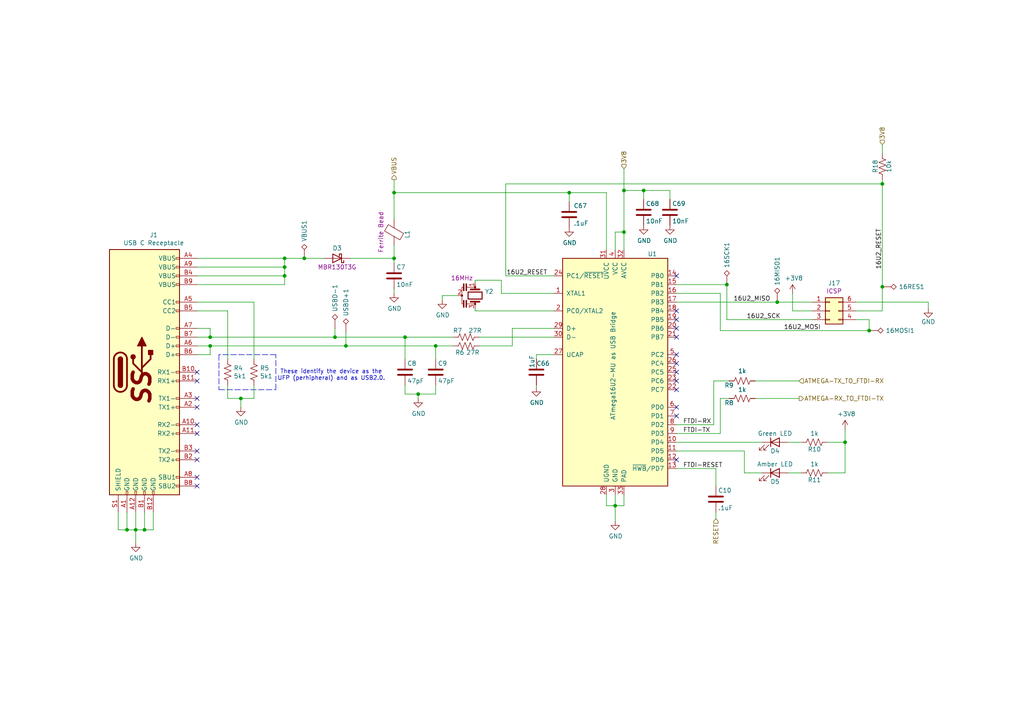
<source format=kicad_sch>
(kicad_sch (version 20211123) (generator eeschema)
  (paper "A4")
  (title_block (title "RCP USB PORT & BRIDGE "))
  (lib_symbols
    (symbol "Connector:TestPoint_Alt" (pin_numbers hide) (pin_names (offset 0.762) hide)
      (property "Reference" "TP" (at 0 6.858 0))
      (property "Value" "TestPoint_Alt" (at 0 5.08 0))
      (symbol "TestPoint_Alt_0_1"
        (polyline (pts (xy 0 2.54) (xy -0.762 3.302) (xy 0 4.064) (xy 0.762 3.302) (xy 0 2.54)))
      )
      (symbol "TestPoint_Alt_1_1"
        (pin passive line (at 0 0 90) (length 2.54) (name "1") (number "1"))
      )
    )
    (symbol "Connector_Generic:Conn_02x03_Counter_Clockwise" (pin_names (offset 1.016) hide)
      (property "Reference" "J" (at 1.27 5.08 0))
      (property "Value" "Conn_02x03_Counter_Clockwise" (at 1.27 -5.08 0))
      (symbol "Conn_02x03_Counter_Clockwise_1_1"
        (rectangle (start -1.27 -2.413) (end 0 -2.667) (stroke (width 0.1524)))
        (rectangle (start -1.27 0.127) (end 0 -0.127) (stroke (width 0.1524)))
        (rectangle (start -1.27 2.667) (end 0 2.413) (stroke (width 0.1524)))
        (rectangle (start -1.27 3.81) (end 3.81 -3.81) (stroke (width 0.254)) (fill (type background)))
        (rectangle (start 3.81 -2.413) (end 2.54 -2.667) (stroke (width 0.1524)))
        (rectangle (start 3.81 0.127) (end 2.54 -0.127) (stroke (width 0.1524)))
        (rectangle (start 3.81 2.667) (end 2.54 2.413) (stroke (width 0.1524)))
        (pin passive line (at -5.08 2.54 0) (length 3.81) (name "Pin_1") (number "1"))
        (pin passive line (at -5.08 0 0) (length 3.81) (name "Pin_2") (number "2"))
        (pin passive line (at -5.08 -2.54 0) (length 3.81) (name "Pin_3") (number "3"))
        (pin passive line (at 7.62 -2.54 180) (length 3.81) (name "Pin_4") (number "4"))
        (pin passive line (at 7.62 0 180) (length 3.81) (name "Pin_5") (number "5"))
        (pin passive line (at 7.62 2.54 180) (length 3.81) (name "Pin_6") (number "6"))
      )
    )
    (symbol "Device:C" (pin_numbers hide) (pin_names (offset 0.254))
      (property "Reference" "C" (at 0.635 2.54 0))
      (property "Value" "C" (at 0.635 -2.54 0))
      (symbol "C_0_1"
        (polyline (pts (xy -2.032 -0.762) (xy 2.032 -0.762)) (stroke (width 0.508)))
        (polyline (pts (xy -2.032 0.762) (xy 2.032 0.762)) (stroke (width 0.508)))
      )
      (symbol "C_1_1"
        (pin passive line (at 0 3.81 270) (length 2.794) (name "~") (number "1"))
        (pin passive line (at 0 -3.81 90) (length 2.794) (name "~") (number "2"))
      )
    )
    (symbol "Device:D_Schottky" (pin_numbers hide) (pin_names (offset 1.016) hide)
      (property "Reference" "D" (at 0 2.54 0))
      (property "Value" "D_Schottky" (at 0 -2.54 0))
      (symbol "D_Schottky_0_1"
        (polyline (pts (xy 1.27 0) (xy -1.27 0)))
        (polyline (pts (xy 1.27 1.27) (xy 1.27 -1.27) (xy -1.27 0) (xy 1.27 1.27)) (stroke (width 0.254)))
        (polyline (pts (xy -1.905 0.635) (xy -1.905 1.27) (xy -1.27 1.27) (xy -1.27 -1.27) (xy -0.635 -1.27) (xy -0.635 -0.635)) (stroke (width 0.254)))
      )
      (symbol "D_Schottky_1_1"
        (pin passive line (at -3.81 0 0) (length 2.54) (name "K") (number "1"))
        (pin passive line (at 3.81 0 180) (length 2.54) (name "A") (number "2"))
      )
    )
    (symbol "Device:Ferrite_Bead" (pin_numbers hide) (pin_names (offset 0))
      (property "Reference" "FB" (at -3.81 0.635 90))
      (property "Value" "Device_Ferrite_Bead" (at 3.81 0 90))
      (symbol "Ferrite_Bead_0_1"
        (polyline (pts (xy 0 -1.27) (xy 0 -1.2192)))
        (polyline (pts (xy 0 1.27) (xy 0 1.2954)))
        (polyline (pts (xy -2.7686 0.4064) (xy -1.7018 2.2606) (xy 2.7686 -0.3048) (xy 1.6764 -2.159) (xy -2.7686 0.4064)))
      )
      (symbol "Ferrite_Bead_1_1"
        (pin passive line (at 0 3.81 270) (length 2.54) (name "~") (number "1"))
        (pin passive line (at 0 -3.81 90) (length 2.54) (name "~") (number "2"))
      )
    )
    (symbol "Device:LED" (pin_numbers hide) (pin_names (offset 1.016) hide)
      (property "Reference" "D" (at 0 2.54 0))
      (property "Value" "LED" (at 0 -2.54 0))
      (symbol "LED_0_1"
        (polyline (pts (xy -1.27 -1.27) (xy -1.27 1.27)) (stroke (width 0.254)))
        (polyline (pts (xy -1.27 0) (xy 1.27 0)))
        (polyline (pts (xy 1.27 -1.27) (xy 1.27 1.27) (xy -1.27 0) (xy 1.27 -1.27)) (stroke (width 0.254)))
        (polyline (pts (xy -3.048 -0.762) (xy -4.572 -2.286) (xy -3.81 -2.286) (xy -4.572 -2.286) (xy -4.572 -1.524)))
        (polyline (pts (xy -1.778 -0.762) (xy -3.302 -2.286) (xy -2.54 -2.286) (xy -3.302 -2.286) (xy -3.302 -1.524)))
      )
      (symbol "LED_1_1"
        (pin passive line (at -3.81 0 0) (length 2.54) (name "K") (number "1"))
        (pin passive line (at 3.81 0 180) (length 2.54) (name "A") (number "2"))
      )
    )
    (symbol "Device:R_US" (pin_numbers hide) (pin_names (offset 0))
      (property "Reference" "R" (at 2.54 0 90))
      (property "Value" "R_US" (at -2.54 0 90))
      (symbol "R_US_0_1"
        (polyline (pts (xy 0 -2.286) (xy 0 -2.54)))
        (polyline (pts (xy 0 2.286) (xy 0 2.54)))
        (polyline (pts (xy 0 -0.762) (xy 1.016 -1.143) (xy 0 -1.524) (xy -1.016 -1.905) (xy 0 -2.286)))
        (polyline (pts (xy 0 0.762) (xy 1.016 0.381) (xy 0 0) (xy -1.016 -0.381) (xy 0 -0.762)))
        (polyline (pts (xy 0 2.286) (xy 1.016 1.905) (xy 0 1.524) (xy -1.016 1.143) (xy 0 0.762)))
      )
      (symbol "R_US_1_1"
        (pin passive line (at 0 3.81 270) (length 1.27) (name "~") (number "1"))
        (pin passive line (at 0 -3.81 90) (length 1.27) (name "~") (number "2"))
      )
    )
    (symbol "Device:Resonator" (pin_names (offset 1.016) hide)
      (property "Reference" "Y" (at 0 5.715 0))
      (property "Value" "Resonator" (at 0 3.81 0))
      (symbol "Resonator_0_1"
        (rectangle (start -3.429 -3.175) (end -1.397 -3.429) (fill (type outline)))
        (rectangle (start -3.429 -2.413) (end -1.397 -2.667) (fill (type outline)))
        (circle (center -2.413 0) (radius 0.254) (fill (type outline)))
        (rectangle (start -1.016 2.032) (end 1.016 -2.032) (stroke (width 0.3048)))
        (circle (center 0 -3.81) (radius 0.254) (fill (type outline)))
        (polyline (pts (xy -2.413 -2.413) (xy -2.413 0)))
        (polyline (pts (xy -1.905 0) (xy -3.175 0)))
        (polyline (pts (xy -1.778 -1.27) (xy -1.778 1.27)) (stroke (width 0.508)))
        (polyline (pts (xy 1.778 -1.27) (xy 1.778 1.27)) (stroke (width 0.508)))
        (polyline (pts (xy 1.905 0) (xy 2.54 0)))
        (polyline (pts (xy 2.413 0) (xy 2.413 -2.54)))
        (polyline (pts (xy 2.413 -3.302) (xy 2.413 -3.81) (xy -2.413 -3.81) (xy -2.413 -3.302)))
        (rectangle (start 1.397 -3.175) (end 3.429 -3.429) (fill (type outline)))
        (rectangle (start 1.397 -2.413) (end 3.429 -2.667) (fill (type outline)))
        (circle (center 2.413 0) (radius 0.254) (fill (type outline)))
      )
      (symbol "Resonator_1_1"
        (pin passive line (at -3.81 0 0) (length 1.27) (name "1") (number "1"))
        (pin passive line (at 0 -5.08 90) (length 1.27) (name "2") (number "2"))
        (pin passive line (at 3.81 0 180) (length 1.27) (name "3") (number "3"))
      )
    )
    (symbol "MyLibrary:ATmega16U2-MU" (pin_names (offset 1.016))
      (property "Reference" "U" (at 8.89 33.02 0))
      (property "Value" "MyLibrary_ATmega16U2-MU" (at 0 0 0))
      (symbol "ATmega16U2-MU_1_1"
        (rectangle (start -15.24 -35.56) (end 15.24 30.48) (stroke (width 0.254)) (fill (type background)))
        (pin input line (at -17.78 20.32 0) (length 2.54) (name "XTAL1") (number "1"))
        (pin tri_state line (at 17.78 -22.86 180) (length 2.54) (name "PD4") (number "10"))
        (pin tri_state line (at 17.78 -25.4 180) (length 2.54) (name "PD5") (number "11"))
        (pin tri_state line (at 17.78 -27.94 180) (length 2.54) (name "PD6") (number "12"))
        (pin tri_state line (at 17.78 -30.48 180) (length 2.54) (name "~{HWB}/PD7") (number "13"))
        (pin tri_state line (at 17.78 25.4 180) (length 2.54) (name "PB0") (number "14"))
        (pin tri_state line (at 17.78 22.86 180) (length 2.54) (name "PB1") (number "15"))
        (pin tri_state line (at 17.78 20.32 180) (length 2.54) (name "PB2") (number "16"))
        (pin tri_state line (at 17.78 17.78 180) (length 2.54) (name "PB3") (number "17"))
        (pin tri_state line (at 17.78 15.24 180) (length 2.54) (name "PB4") (number "18"))
        (pin tri_state line (at 17.78 12.7 180) (length 2.54) (name "PB5") (number "19"))
        (pin tri_state line (at -17.78 15.24 0) (length 2.54) (name "PC0/XTAL2") (number "2"))
        (pin tri_state line (at 17.78 10.16 180) (length 2.54) (name "PB6") (number "20"))
        (pin tri_state line (at 17.78 7.62 180) (length 2.54) (name "PB7") (number "21"))
        (pin tri_state line (at 17.78 -7.62 180) (length 2.54) (name "PC7") (number "22"))
        (pin tri_state line (at 17.78 -5.08 180) (length 2.54) (name "PC6") (number "23"))
        (pin tri_state line (at -17.78 25.4 0) (length 2.54) (name "PC1/~{RESET}") (number "24"))
        (pin tri_state line (at 17.78 -2.54 180) (length 2.54) (name "PC5") (number "25"))
        (pin tri_state line (at 17.78 0 180) (length 2.54) (name "PC4") (number "26"))
        (pin passive line (at -17.78 2.54 0) (length 2.54) (name "UCAP") (number "27"))
        (pin power_in line (at -2.54 -38.1 90) (length 2.54) (name "UGND") (number "28"))
        (pin bidirectional line (at -17.78 10.16 0) (length 2.54) (name "D+") (number "29"))
        (pin power_in line (at 0 -38.1 90) (length 2.54) (name "GND") (number "3"))
        (pin bidirectional line (at -17.78 7.62 0) (length 2.54) (name "D-") (number "30"))
        (pin power_in line (at -2.54 33.02 270) (length 2.54) (name "UVCC") (number "31"))
        (pin power_in line (at 2.54 33.02 270) (length 2.54) (name "AVCC") (number "32"))
        (pin passive line (at 2.54 -38.1 90) (length 2.54) (name "PAD") (number "33"))
        (pin power_in line (at 0 33.02 270) (length 2.54) (name "VCC") (number "4"))
        (pin tri_state line (at 17.78 2.54 180) (length 2.54) (name "PC2") (number "5"))
        (pin tri_state line (at 17.78 -12.7 180) (length 2.54) (name "PD0") (number "6"))
        (pin tri_state line (at 17.78 -15.24 180) (length 2.54) (name "PD1") (number "7"))
        (pin tri_state line (at 17.78 -17.78 180) (length 2.54) (name "PD2") (number "8"))
        (pin tri_state line (at 17.78 -20.32 180) (length 2.54) (name "PD3") (number "9"))
      )
    )
    (symbol "RUSP_Mainboard-rescue:USB_C_Receptacle-Connector-4GRotaryCellPhone-rescue-4GRCP_Mainboard-rescue" (pin_names (offset 1.016))
      (property "Reference" "J" (at -10.16 36.83 0))
      (property "Value" "USB_C_Receptacle-Connector-4GRotaryCellPhone-rescue-4GRCP_Mainboard-rescue" (at 10.16 36.83 0))
      (symbol "USB_C_Receptacle-Connector-4GRotaryCellPhone-rescue-4GRCP_Mainboard-rescue_0_0"
        (rectangle (start -5.334 -35.56) (end -4.826 -34.544))
        (rectangle (start -2.794 -35.56) (end -2.286 -34.544))
        (rectangle (start -0.254 -35.56) (end 0.254 -34.544))
        (rectangle (start 2.286 -35.56) (end 2.794 -34.544))
        (rectangle (start 10.16 -32.766) (end 9.144 -33.274))
        (rectangle (start 10.16 -30.226) (end 9.144 -30.734))
        (rectangle (start 10.16 -25.146) (end 9.144 -25.654))
        (rectangle (start 10.16 -22.606) (end 9.144 -23.114))
        (rectangle (start 10.16 -17.526) (end 9.144 -18.034))
        (rectangle (start 10.16 -14.986) (end 9.144 -15.494))
        (rectangle (start 10.16 -9.906) (end 9.144 -10.414))
        (rectangle (start 10.16 -7.366) (end 9.144 -7.874))
        (rectangle (start 10.16 -2.286) (end 9.144 -2.794))
        (rectangle (start 10.16 0.254) (end 9.144 -0.254))
        (rectangle (start 10.16 5.334) (end 9.144 4.826))
        (rectangle (start 10.16 7.874) (end 9.144 7.366))
        (rectangle (start 10.16 10.414) (end 9.144 9.906))
        (rectangle (start 10.16 12.954) (end 9.144 12.446))
        (rectangle (start 10.16 18.034) (end 9.144 17.526))
        (rectangle (start 10.16 20.574) (end 9.144 20.066))
        (rectangle (start 10.16 25.654) (end 9.144 25.146))
        (rectangle (start 10.16 28.194) (end 9.144 27.686))
        (rectangle (start 10.16 30.734) (end 9.144 30.226))
        (rectangle (start 10.16 33.274) (end 9.144 32.766))
        (text "SS" (at -0.762 -4.445 900) (effects (font (size 5.08 5.08) bold italic)))
      )
      (symbol "USB_C_Receptacle-Connector-4GRotaryCellPhone-rescue-4GRCP_Mainboard-rescue_0_1"
        (rectangle (start -10.16 35.56) (end 10.16 -35.56) (stroke (width 0.254)) (fill (type background)))
        (arc (start -8.89 -3.81) (mid -6.985 -5.715) (end -5.08 -3.81) (stroke (width 0.508)))
        (arc (start -7.62 -3.81) (mid -6.985 -4.445) (end -6.35 -3.81) (stroke (width 0.254)))
        (arc (start -7.62 -3.81) (mid -6.985 -4.445) (end -6.35 -3.81) (stroke (width 0.254)) (fill (type outline)))
        (rectangle (start -7.62 -3.81) (end -6.35 3.81) (stroke (width 0.254)) (fill (type outline)))
        (arc (start -6.35 3.81) (mid -6.985 4.445) (end -7.62 3.81) (stroke (width 0.254)))
        (arc (start -6.35 3.81) (mid -6.985 4.445) (end -7.62 3.81) (stroke (width 0.254)) (fill (type outline)))
        (arc (start -5.08 3.81) (mid -6.985 5.715) (end -8.89 3.81) (stroke (width 0.508)))
        (circle (center -3.302 4.445) (radius 0.635) (stroke (width 0.254)) (fill (type outline)))
        (polyline (pts (xy -8.89 -3.81) (xy -8.89 3.81)) (stroke (width 0.508)))
        (polyline (pts (xy -5.08 3.81) (xy -5.08 -3.81)) (stroke (width 0.508)))
        (polyline (pts (xy -0.762 -1.27) (xy -0.762 7.62)) (stroke (width 0.508)))
        (polyline (pts (xy -0.762 0) (xy -3.302 2.54) (xy -3.302 3.81)) (stroke (width 0.508)))
        (polyline (pts (xy -0.762 1.27) (xy 1.778 3.81) (xy 1.778 5.08)) (stroke (width 0.508)))
        (polyline (pts (xy -2.032 7.62) (xy -0.762 10.16) (xy 0.508 7.62) (xy -2.032 7.62)) (stroke (width 0.254)) (fill (type outline)))
        (rectangle (start 1.143 5.08) (end 2.413 6.35) (stroke (width 0.254)) (fill (type outline)))
      )
      (symbol "USB_C_Receptacle-Connector-4GRotaryCellPhone-rescue-4GRCP_Mainboard-rescue_1_1"
        (pin power_in line (at -5.08 -40.64 90) (length 5.08) (name "GND") (number "A1"))
        (pin bidirectional line (at 15.24 -15.24 180) (length 5.08) (name "RX2-") (number "A10"))
        (pin bidirectional line (at 15.24 -17.78 180) (length 5.08) (name "RX2+") (number "A11"))
        (pin power_in line (at -2.54 -40.64 90) (length 5.08) (name "GND") (number "A12"))
        (pin bidirectional line (at 15.24 -10.16 180) (length 5.08) (name "TX1+") (number "A2"))
        (pin bidirectional line (at 15.24 -7.62 180) (length 5.08) (name "TX1-") (number "A3"))
        (pin power_in line (at 15.24 33.02 180) (length 5.08) (name "VBUS") (number "A4"))
        (pin bidirectional line (at 15.24 20.32 180) (length 5.08) (name "CC1") (number "A5"))
        (pin bidirectional line (at 15.24 7.62 180) (length 5.08) (name "D+") (number "A6"))
        (pin bidirectional line (at 15.24 12.7 180) (length 5.08) (name "D-") (number "A7"))
        (pin bidirectional line (at 15.24 -30.48 180) (length 5.08) (name "SBU1") (number "A8"))
        (pin power_in line (at 15.24 30.48 180) (length 5.08) (name "VBUS") (number "A9"))
        (pin power_in line (at 0 -40.64 90) (length 5.08) (name "GND") (number "B1"))
        (pin bidirectional line (at 15.24 0 180) (length 5.08) (name "RX1-") (number "B10"))
        (pin bidirectional line (at 15.24 -2.54 180) (length 5.08) (name "RX1+") (number "B11"))
        (pin power_in line (at 2.54 -40.64 90) (length 5.08) (name "GND") (number "B12"))
        (pin bidirectional line (at 15.24 -25.4 180) (length 5.08) (name "TX2+") (number "B2"))
        (pin bidirectional line (at 15.24 -22.86 180) (length 5.08) (name "TX2-") (number "B3"))
        (pin power_in line (at 15.24 27.94 180) (length 5.08) (name "VBUS") (number "B4"))
        (pin bidirectional line (at 15.24 17.78 180) (length 5.08) (name "CC2") (number "B5"))
        (pin bidirectional line (at 15.24 5.08 180) (length 5.08) (name "D+") (number "B6"))
        (pin bidirectional line (at 15.24 10.16 180) (length 5.08) (name "D-") (number "B7"))
        (pin bidirectional line (at 15.24 -33.02 180) (length 5.08) (name "SBU2") (number "B8"))
        (pin power_in line (at 15.24 25.4 180) (length 5.08) (name "VBUS") (number "B9"))
        (pin passive line (at -7.62 -40.64 90) (length 5.08) (name "SHIELD") (number "S1"))
      )
    )
    (symbol "power:+3V8" (power) (pin_names (offset 0))
      (property "Value" "+3V8" (at 0 3.556 0))
      (symbol "+3V8_0_1"
        (polyline (pts (xy -0.762 1.27) (xy 0 2.54)))
        (polyline (pts (xy 0 0) (xy 0 2.54)))
        (polyline (pts (xy 0 2.54) (xy 0.762 1.27)))
      )
      (symbol "+3V8_1_1"
        (pin power_in line (at 0 0 90) (length 0) hide (name "+3V8") (number "1"))
      )
    )
    (symbol "power:GND" (power) (pin_names (offset 0))
      (property "Value" "GND" (at 0 -3.81 0))
      (symbol "GND_0_1"
        (polyline (pts (xy 0 0) (xy 0 -1.27) (xy 1.27 -1.27) (xy 0 -2.54) (xy -1.27 -1.27) (xy 0 -1.27)))
      )
      (symbol "GND_1_1"
        (pin power_in line (at 0 0 270) (length 0) hide (name "GND") (number "1"))
      )
    )
  )
  (junction (at 178.435 146.685))
  (junction (at 60.96 100.33))
  (junction (at 186.69 55.245))
  (junction (at 126.365 100.33))
  (junction (at 82.55 74.93))
  (junction (at 97.155 97.79))
  (junction (at 41.91 153.67))
  (junction (at 165.1 55.88))
  (junction (at 114.3 55.88))
  (junction (at 121.285 114.3))
  (junction (at 180.975 55.245))
  (junction (at 210.82 82.55))
  (junction (at 114.3 74.93))
  (junction (at 255.905 83.185))
  (junction (at 252.095 95.885))
  (junction (at 39.37 153.67))
  (junction (at 100.33 100.33))
  (junction (at 82.55 80.01))
  (junction (at 245.11 128.27))
  (junction (at 180.975 67.31))
  (junction (at 225.425 87.63))
  (junction (at 82.55 77.47))
  (junction (at 69.85 115.57))
  (junction (at 60.96 97.79))
  (junction (at 117.475 97.79))
  (junction (at 88.265 74.93))
  (junction (at 255.905 53.34))
  (junction (at 36.83 153.67))
  (no_connect (at 57.15 123.19))
  (no_connect (at 196.215 90.17))
  (no_connect (at 196.215 92.71))
  (no_connect (at 57.15 130.81))
  (no_connect (at 57.15 107.95))
  (no_connect (at 196.215 95.25))
  (no_connect (at 57.15 115.57))
  (no_connect (at 196.215 113.03))
  (no_connect (at 196.215 118.11))
  (no_connect (at 196.215 107.95))
  (no_connect (at 196.215 110.49))
  (no_connect (at 57.15 110.49))
  (no_connect (at 196.215 97.79))
  (no_connect (at 57.15 133.35))
  (no_connect (at 57.15 125.73))
  (no_connect (at 196.215 102.87))
  (no_connect (at 196.215 120.65))
  (no_connect (at 196.215 105.41))
  (no_connect (at 196.215 80.01))
  (no_connect (at 57.15 138.43))
  (no_connect (at 57.15 118.11))
  (no_connect (at 57.15 140.97))
  (no_connect (at 196.215 133.35))
  (wire (pts (xy 196.215 130.81) (xy 215.9 130.81)))
  (wire (pts (xy 155.575 102.87) (xy 160.655 102.87)))
  (wire (pts (xy 196.215 128.27) (xy 220.98 128.27)))
  (wire (pts (xy 207.645 150.495) (xy 207.645 148.59)))
  (wire (pts (xy 255.905 41.91) (xy 255.905 44.45)))
  (wire (pts (xy 208.915 85.09) (xy 208.915 95.885)))
  (wire (pts (xy 114.3 74.93) (xy 114.3 71.12)))
  (wire (pts (xy 248.285 90.17) (xy 255.905 90.17)))
  (wire (pts (xy 178.435 72.39) (xy 178.435 67.31)))
  (wire (pts (xy 88.265 74.93) (xy 93.98 74.93)))
  (wire (pts (xy 186.69 55.245) (xy 194.31 55.245)))
  (wire (pts (xy 160.655 90.17) (xy 137.795 90.17)))
  (wire (pts (xy 82.55 74.93) (xy 57.15 74.93)))
  (wire (pts (xy 229.87 90.17) (xy 235.585 90.17)))
  (wire (pts (xy 117.475 111.76) (xy 117.475 114.3)))
  (wire (pts (xy 114.3 52.07) (xy 114.3 55.88)))
  (wire (pts (xy 196.215 123.19) (xy 207.01 123.19)))
  (wire (pts (xy 165.1 55.88) (xy 114.3 55.88)))
  (wire (pts (xy 146.685 80.01) (xy 160.655 80.01)))
  (wire (pts (xy 215.9 137.16) (xy 220.98 137.16)))
  (wire (pts (xy 255.905 53.34) (xy 146.685 53.34)))
  (wire (pts (xy 57.15 97.79) (xy 60.96 97.79)))
  (wire (pts (xy 178.435 67.31) (xy 180.975 67.31)))
  (wire (pts (xy 57.15 100.33) (xy 60.96 100.33)))
  (polyline (pts (xy 80.01 113.03) (xy 80.01 102.87)))
  (wire (pts (xy 228.6 137.16) (xy 232.41 137.16)))
  (wire (pts (xy 178.435 146.685) (xy 180.975 146.685)))
  (wire (pts (xy 126.365 100.33) (xy 131.445 100.33)))
  (wire (pts (xy 82.55 80.01) (xy 82.55 77.47)))
  (wire (pts (xy 255.905 90.17) (xy 255.905 83.185)))
  (wire (pts (xy 229.87 85.09) (xy 229.87 90.17)))
  (wire (pts (xy 82.55 82.55) (xy 82.55 80.01)))
  (wire (pts (xy 137.795 90.17) (xy 137.795 89.535)))
  (wire (pts (xy 36.83 153.67) (xy 39.37 153.67)))
  (wire (pts (xy 207.01 110.49) (xy 211.455 110.49)))
  (wire (pts (xy 114.3 55.88) (xy 114.3 63.5)))
  (wire (pts (xy 208.915 115.57) (xy 208.915 125.73)))
  (wire (pts (xy 175.895 143.51) (xy 175.895 146.685)))
  (wire (pts (xy 148.59 100.33) (xy 148.59 95.25)))
  (wire (pts (xy 180.975 55.245) (xy 186.69 55.245)))
  (wire (pts (xy 100.33 100.33) (xy 126.365 100.33)))
  (wire (pts (xy 208.915 115.57) (xy 211.455 115.57)))
  (wire (pts (xy 245.11 124.46) (xy 245.11 128.27)))
  (wire (pts (xy 57.15 82.55) (xy 82.55 82.55)))
  (wire (pts (xy 245.11 137.16) (xy 240.03 137.16)))
  (wire (pts (xy 175.895 72.39) (xy 175.895 55.88)))
  (wire (pts (xy 57.15 80.01) (xy 82.55 80.01)))
  (wire (pts (xy 215.9 130.81) (xy 215.9 137.16)))
  (wire (pts (xy 255.905 53.34) (xy 255.905 52.07)))
  (wire (pts (xy 126.365 104.14) (xy 126.365 100.33)))
  (wire (pts (xy 210.82 82.55) (xy 196.215 82.55)))
  (wire (pts (xy 57.15 90.17) (xy 66.04 90.17)))
  (wire (pts (xy 60.96 97.79) (xy 97.155 97.79)))
  (wire (pts (xy 34.29 153.67) (xy 36.83 153.67)))
  (wire (pts (xy 207.645 135.89) (xy 207.645 140.97)))
  (wire (pts (xy 117.475 114.3) (xy 121.285 114.3)))
  (wire (pts (xy 137.795 81.915) (xy 137.795 81.28)))
  (wire (pts (xy 207.01 123.19) (xy 207.01 110.49)))
  (wire (pts (xy 148.59 95.25) (xy 160.655 95.25)))
  (wire (pts (xy 57.15 87.63) (xy 73.66 87.63)))
  (wire (pts (xy 175.895 55.88) (xy 165.1 55.88)))
  (wire (pts (xy 139.065 100.33) (xy 148.59 100.33)))
  (wire (pts (xy 248.285 92.71) (xy 252.095 92.71)))
  (wire (pts (xy 196.215 87.63) (xy 225.425 87.63)))
  (wire (pts (xy 208.915 125.73) (xy 196.215 125.73)))
  (wire (pts (xy 60.96 102.87) (xy 60.96 100.33)))
  (wire (pts (xy 139.065 97.79) (xy 160.655 97.79)))
  (wire (pts (xy 41.91 148.59) (xy 41.91 153.67)))
  (wire (pts (xy 73.66 115.57) (xy 73.66 111.76)))
  (wire (pts (xy 196.215 85.09) (xy 208.915 85.09)))
  (polyline (pts (xy 63.5 113.03) (xy 80.01 113.03)))
  (wire (pts (xy 60.96 100.33) (xy 100.33 100.33)))
  (wire (pts (xy 66.04 115.57) (xy 69.85 115.57)))
  (wire (pts (xy 180.975 67.31) (xy 180.975 72.39)))
  (wire (pts (xy 137.795 81.28) (xy 145.415 81.28)))
  (wire (pts (xy 210.82 92.71) (xy 210.82 82.55)))
  (wire (pts (xy 57.15 95.25) (xy 60.96 95.25)))
  (wire (pts (xy 180.975 55.245) (xy 180.975 48.895)))
  (wire (pts (xy 66.04 111.76) (xy 66.04 115.57)))
  (polyline (pts (xy 63.5 102.87) (xy 63.5 113.03)))
  (wire (pts (xy 66.04 90.17) (xy 66.04 104.14)))
  (wire (pts (xy 269.24 87.63) (xy 248.285 87.63)))
  (wire (pts (xy 245.11 128.27) (xy 245.11 137.16)))
  (wire (pts (xy 228.6 128.27) (xy 232.41 128.27)))
  (wire (pts (xy 165.1 58.42) (xy 165.1 55.88)))
  (wire (pts (xy 208.915 95.885) (xy 252.095 95.885)))
  (polyline (pts (xy 80.01 102.87) (xy 63.5 102.87)))
  (wire (pts (xy 57.15 77.47) (xy 82.55 77.47)))
  (wire (pts (xy 44.45 148.59) (xy 44.45 153.67)))
  (wire (pts (xy 114.3 76.2) (xy 114.3 74.93)))
  (wire (pts (xy 178.435 151.13) (xy 178.435 146.685)))
  (wire (pts (xy 178.435 143.51) (xy 178.435 146.685)))
  (wire (pts (xy 126.365 114.3) (xy 126.365 111.76)))
  (wire (pts (xy 255.905 83.185) (xy 255.905 53.34)))
  (wire (pts (xy 240.03 128.27) (xy 245.11 128.27)))
  (wire (pts (xy 73.66 87.63) (xy 73.66 104.14)))
  (wire (pts (xy 39.37 157.48) (xy 39.37 153.67)))
  (wire (pts (xy 97.155 95.25) (xy 97.155 97.79)))
  (wire (pts (xy 225.425 87.63) (xy 235.585 87.63)))
  (wire (pts (xy 128.27 86.995) (xy 128.27 85.725)))
  (wire (pts (xy 57.15 102.87) (xy 60.96 102.87)))
  (wire (pts (xy 97.155 97.79) (xy 117.475 97.79)))
  (wire (pts (xy 186.69 55.245) (xy 186.69 57.785)))
  (wire (pts (xy 121.285 115.57) (xy 121.285 114.3)))
  (wire (pts (xy 194.31 55.245) (xy 194.31 57.785)))
  (wire (pts (xy 155.575 104.14) (xy 155.575 102.87)))
  (wire (pts (xy 121.285 114.3) (xy 126.365 114.3)))
  (wire (pts (xy 117.475 104.14) (xy 117.475 97.79)))
  (wire (pts (xy 145.415 85.09) (xy 160.655 85.09)))
  (wire (pts (xy 60.96 95.25) (xy 60.96 97.79)))
  (wire (pts (xy 36.83 153.67) (xy 36.83 148.59)))
  (wire (pts (xy 114.3 85.09) (xy 114.3 83.82)))
  (wire (pts (xy 180.975 146.685) (xy 180.975 143.51)))
  (wire (pts (xy 41.91 153.67) (xy 44.45 153.67)))
  (wire (pts (xy 269.24 89.535) (xy 269.24 87.63)))
  (wire (pts (xy 39.37 153.67) (xy 41.91 153.67)))
  (wire (pts (xy 145.415 81.28) (xy 145.415 85.09)))
  (wire (pts (xy 196.215 135.89) (xy 207.645 135.89)))
  (wire (pts (xy 101.6 74.93) (xy 114.3 74.93)))
  (wire (pts (xy 252.095 95.885) (xy 252.095 92.71)))
  (wire (pts (xy 82.55 74.93) (xy 88.265 74.93)))
  (wire (pts (xy 34.29 153.67) (xy 34.29 148.59)))
  (wire (pts (xy 82.55 77.47) (xy 82.55 74.93)))
  (wire (pts (xy 219.075 110.49) (xy 231.775 110.49)))
  (wire (pts (xy 117.475 97.79) (xy 131.445 97.79)))
  (wire (pts (xy 180.975 67.31) (xy 180.975 55.245)))
  (wire (pts (xy 69.85 115.57) (xy 73.66 115.57)))
  (wire (pts (xy 155.575 111.76) (xy 155.575 112.395)))
  (wire (pts (xy 210.82 92.71) (xy 235.585 92.71)))
  (wire (pts (xy 231.775 115.57) (xy 219.075 115.57)))
  (wire (pts (xy 175.895 146.685) (xy 178.435 146.685)))
  (wire (pts (xy 39.37 148.59) (xy 39.37 153.67)))
  (wire (pts (xy 100.33 96.52) (xy 100.33 100.33)))
  (wire (pts (xy 146.685 53.34) (xy 146.685 80.01)))
  (wire (pts (xy 69.85 115.57) (xy 69.85 118.11)))
  (wire (pts (xy 128.27 85.725) (xy 132.715 85.725)))
  (text "These identify the device as the \nUFP (perhipheral) and as USB2.0." (at 111.76 110.49 0) (effects (font (size 1.1938 1.1938)) (justify right bottom)))
  (label "FTDI-TX" (at 198.12 125.73 0))
  (label "16U2_RESET" (at 255.905 78.105 90))
  (label "16U2_MOSI" (at 227.33 95.885 0))
  (label "16U2_RESET" (at 158.75 80.01 180))
  (label "16U2_MISO" (at 212.725 87.63 0))
  (label "16U2_SCK" (at 216.535 92.71 0))
  (label "FTDI-RX" (at 198.12 123.19 0))
  (label "FTDI-RESET" (at 198.12 135.89 0))
  (hierarchical_label "ATMEGA-TX_TO_FTDI-RX" (shape input) (at 231.775 110.49 0))
  (hierarchical_label "ATMEGA-RX_TO_FTDI-TX" (shape output) (at 231.775 115.57 0))
  (hierarchical_label "VBUS" (shape output) (at 114.3 52.07 90))
  (hierarchical_label "RESET" (shape input) (at 207.645 150.495 270))
  (hierarchical_label "3V8" (shape input) (at 180.975 48.895 90))
  (hierarchical_label "3V8" (shape input) (at 255.905 41.91 90))
  (symbol (lib_id "Device:R_US") (at 135.255 97.79 270) (unit 1)
    (property "Reference" "R7" (at 132.715 95.885 90))
    (property "Value" "27R" (at 137.795 95.885 90))
    (property "Footprint" "Resistor_SMD:R_0603_1608Metric" (effects hide))
    (property "Distrib. Name" "Digi-Key" (effects hide))
    (property "Distrib Part No." "RMCF0603JT27R0CT-ND " (effects hide))
  )
  (symbol (lib_id "Device:R_US") (at 135.255 100.33 270) (unit 1)
    (property "Reference" "R6" (at 133.35 102.235 90))
    (property "Value" "27R" (at 137.16 102.235 90))
    (property "Footprint" "Resistor_SMD:R_0603_1608Metric" (effects hide))
    (property "Distrib. Name" "Digi-Key" (effects hide))
    (property "Distrib Part No." "RMCF0603JT27R0CT-ND " (effects hide))
  )
  (symbol (lib_id "Device:C") (at 126.365 107.95 0) (unit 1)
    (property "Reference" "C9" (at 127 105.41 0) (effects (justify left)))
    (property "Value" "47pF" (at 127 110.49 0) (effects (justify left)))
    (property "Footprint" "Capacitor_SMD:C_0603_1608Metric" (effects hide))
    (property "Distrib. Name" "Digi-Key" (effects hide))
    (property "Distrib Part No." "399-7918-1-ND " (effects hide))
  )
  (symbol (lib_id "Device:C") (at 117.475 107.95 0) (unit 1)
    (property "Reference" "C8" (at 118.11 105.41 0) (effects (justify left)))
    (property "Value" "47pF" (at 118.11 110.49 0) (effects (justify left)))
    (property "Footprint" "Capacitor_SMD:C_0603_1608Metric" (effects hide))
    (property "Distrib. Name" "Digi-Key" (effects hide))
    (property "Distrib Part No." "399-7918-1-ND " (effects hide))
  )
  (symbol (lib_id "Device:R_US") (at 236.22 128.27 270) (unit 1)
    (property "Reference" "R10" (at 236.22 130.302 90))
    (property "Value" "1k" (at 236.22 125.73 90))
    (property "Footprint" "Resistor_SMD:R_0603_1608Metric" (effects hide))
    (property "Distrib. Name" "Digi-Key" (effects hide))
    (property "Distrib Part No." "P1.0KGCT-ND" (effects hide))
  )
  (symbol (lib_id "Device:LED") (at 224.79 128.27 0) (unit 1)
    (property "Reference" "D4" (at 224.79 130.81 0))
    (property "Value" "Green LED" (at 224.79 125.73 0))
    (property "Footprint" "LED_SMD:LED_0603_1608Metric_Castellated" (effects hide))
    (property "Mfg. Name" "OSRAM" (effects hide))
    (property "Mfg. Part No." "LT Q39G-Q1OO-25-1" (effects hide))
    (property "Distrib. Name" "DigiKey" (effects hide))
    (property "Distrib Part No." "475-3442-1-ND‎" (effects hide))
    (property "Color" "Rx/GREEN" (effects hide))
  )
  (symbol (lib_id "Device:R_US") (at 236.22 137.16 270) (unit 1)
    (property "Reference" "R11" (at 236.22 139.192 90))
    (property "Value" "1k" (at 236.22 134.62 90))
    (property "Footprint" "Resistor_SMD:R_0603_1608Metric" (effects hide))
    (property "Distrib. Name" "Digi-Key" (effects hide))
    (property "Distrib Part No." "P1.0KGCT-ND" (effects hide))
  )
  (symbol (lib_id "Device:LED") (at 224.79 137.16 0) (unit 1)
    (property "Reference" "D5" (at 224.79 139.7 0))
    (property "Value" "Amber LED" (at 224.79 134.62 0))
    (property "Footprint" "LED_SMD:LED_0603_1608Metric_Castellated" (effects hide))
    (property "Mfg. Name" "Inolux" (effects hide))
    (property "Mfg. Part No." "IN-S63AT5Y" (effects hide))
    (property "Distrib. Name" "DigiKey" (effects hide))
    (property "Distrib Part No." "1830-1066-1-ND‎" (effects hide))
    (property "Color" "Tx/YELLOW" (effects hide))
  )
  (symbol (lib_id "Device:Ferrite_Bead") (at 114.3 67.31 180) (unit 1)
    (property "Reference" "L1" (at 118.11 67.945 90))
    (property "Value" "Ferrite Bead for VBus" (effects hide))
    (property "Footprint" "Resistor_SMD:R_0805_2012Metric_Pad1.15x1.40mm_HandSolder" (effects hide))
    (property "Mfg. Name" "Laird" (effects hide))
    (property "Mfg. Part No." "MI0805K601R-10" (effects hide))
    (property "Distrib. Name" "DigiKey" (effects hide))
    (property "Distrib Part No." "240-2390-1-ND" (effects hide))
    (property "Label" "Ferrite Bead" (at 110.49 67.31 90))
  )
  (symbol (lib_id "Device:C") (at 114.3 80.01 0) (unit 1)
    (property "Reference" "C7" (at 114.935 77.47 0) (effects (justify left)))
    (property "Value" "10nF" (at 114.935 82.55 0) (effects (justify left)))
    (property "Footprint" "Capacitor_SMD:C_0603_1608Metric" (effects hide))
  )
  (symbol (lib_id "Device:C") (at 207.645 144.78 0) (unit 1)
    (property "Reference" "C10" (at 208.28 142.24 0) (effects (justify left)))
    (property "Value" ".1uF" (at 208.28 147.32 0) (effects (justify left)))
    (property "Footprint" "Capacitor_SMD:C_0603_1608Metric" (effects hide))
    (property "Distrib. Name" "Digi-Key" (effects hide))
    (property "Distrib Part No." "1276-1000-1-ND " (effects hide))
    (property "Label" "50V" (effects hide))
  )
  (symbol (lib_id "Device:R_US") (at 215.265 115.57 90) (unit 1)
    (property "Reference" "R8" (at 211.455 116.84 90))
    (property "Value" "1k" (at 215.265 113.03 90))
    (property "Footprint" "Resistor_SMD:R_0603_1608Metric" (effects hide))
    (property "Distrib. Name" "Digi-Key" (effects hide))
    (property "Distrib Part No." "P1.0KGCT-ND" (effects hide))
  )
  (symbol (lib_id "Device:R_US") (at 215.265 110.49 270) (unit 1)
    (property "Reference" "R9" (at 211.455 111.76 90))
    (property "Value" "1k" (at 215.265 107.5944 90))
    (property "Footprint" "Resistor_SMD:R_0603_1608Metric" (effects hide))
    (property "Distrib. Name" "Digi-Key" (effects hide))
    (property "Distrib Part No." "P1.0KGCT-ND" (effects hide))
  )
  (symbol (lib_id "Device:D_Schottky") (at 97.79 74.93 180) (unit 1)
    (property "Reference" "D3" (at 97.79 71.9836 0))
    (property "Value" "VBus Protection Schottky" (effects hide))
    (property "Footprint" "Diode_SMD:D_SOD-123" (effects hide))
    (property "Mfg. Name" "ON Semiconductor" (effects hide))
    (property "Mfg. Part No." "MBR130T3G" (at 97.79 77.47 0))
    (property "Distrib. Name" "DigiKey" (effects hide))
    (property "Distrib Part No." "MBR130T3GOSCT-ND" (effects hide))
  )
  (symbol (lib_id "power:GND") (at 69.85 118.11 0) (unit 1)
    (property "Reference" "#PWR0121" (effects hide))
    (property "Value" "GND" (at 69.977 122.5042 0))
  )
  (symbol (lib_id "power:GND") (at 121.285 115.57 0) (unit 1)
    (property "Reference" "#PWR0123" (effects hide))
    (property "Value" "GND" (at 121.412 119.9642 0))
  )
  (symbol (lib_id "RUSP_Mainboard-rescue:USB_C_Receptacle-Connector-4GRotaryCellPhone-rescue-4GRCP_Mainboard-rescue") (at 41.91 107.95 0) (unit 1)
    (property "Reference" "J1" (at 44.577 68.1482 0))
    (property "Value" "USB C Receptacle" (at 44.577 70.4596 0))
    (property "Footprint" "MyFootprints:USBC_CUI_UJ31-CH-G1-SMT-TR" (effects hide))
    (property "Datasheet" "https://www.cuidevices.com/product/resource/uj31-ch-g1-smt-tr.pdf" (effects hide))
    (property "Mfg. Name" "CUI" (effects hide))
    (property "Mfg. Part No." "UJ31-CH-G1-SMT-TR" (effects hide))
  )
  (symbol (lib_id "Device:R_US") (at 66.04 107.95 0) (unit 1)
    (property "Reference" "R4" (at 67.7672 106.7816 0) (effects (justify left)))
    (property "Value" "5k1" (at 67.7672 109.093 0) (effects (justify left)))
    (property "Footprint" "Resistor_SMD:R_0402_1005Metric" (effects hide))
    (property "Mfg. Name" "Yageo" (effects hide))
    (property "Mfg. Part No." "RC0402FR-075K1L" (effects hide))
  )
  (symbol (lib_id "Device:R_US") (at 73.66 107.95 0) (unit 1)
    (property "Reference" "R5" (at 75.3872 106.7816 0) (effects (justify left)))
    (property "Value" "5k1" (at 75.3872 109.093 0) (effects (justify left)))
    (property "Footprint" "Resistor_SMD:R_0402_1005Metric" (effects hide))
    (property "Mfg. Name" "Yageo" (effects hide))
    (property "Mfg. Part No." "RC0402FR-075K1L" (effects hide))
  )
  (symbol (lib_id "power:GND") (at 114.3 85.09 0) (unit 1)
    (property "Reference" "#PWR0151" (effects hide))
    (property "Value" "GND" (at 114.427 89.4842 0))
  )
  (symbol (lib_id "power:GND") (at 39.37 157.48 0) (unit 1)
    (property "Reference" "#PWR0152" (effects hide))
    (property "Value" "GND" (at 39.497 161.8742 0))
  )
  (symbol (lib_id "power:+3V8") (at 245.11 124.46 0) (unit 1)
    (property "Reference" "#PWR0122" (effects hide))
    (property "Value" "+3V8" (at 245.491 120.0658 0))
  )
  (symbol (lib_id "Device:C") (at 165.1 62.23 0) (unit 1)
    (property "Reference" "C67" (at 166.37 59.69 0) (effects (justify left)))
    (property "Value" ".1uF" (at 166.37 64.77 0) (effects (justify left)))
    (property "Footprint" "Capacitor_SMD:C_0603_1608Metric" (effects hide))
  )
  (symbol (lib_id "power:GND") (at 165.1 66.04 0) (unit 1)
    (property "Reference" "#PWR0149" (effects hide))
    (property "Value" "GND" (at 165.227 70.4342 0))
  )
  (symbol (lib_id "Connector_Generic:Conn_02x03_Counter_Clockwise") (at 240.665 90.17 0) (unit 1) (in_bom no)
    (property "Reference" "J17" (at 241.935 82.1182 0))
    (property "Value" "Conn_02x03_Counter_Clockwise" (effects hide))
    (property "Footprint" "MyFootprints:Tag-Connect_TC2030-IDC_MINIMAL" (effects hide))
    (property "Mfg. Name" "Tag-Connect" (effects hide))
    (property "Mfg. Part No." "Mating Connector: TC2030-IDC " (effects hide))
    (property "Label" "ICSP" (at 241.935 84.4296 0))
  )
  (symbol (lib_id "power:+3V8") (at 229.87 85.09 0) (unit 1)
    (property "Reference" "#PWR0150" (effects hide))
    (property "Value" "+3V8" (at 230.251 80.6958 0))
  )
  (symbol (lib_id "power:GND") (at 269.24 89.535 0) (unit 1)
    (property "Reference" "#PWR0234" (effects hide))
    (property "Value" "GND" (at 269.24 93.345 0))
  )
  (symbol (lib_id "Device:R_US") (at 255.905 48.26 180) (unit 1)
    (property "Reference" "R18" (at 253.873 48.26 90))
    (property "Value" "10k" (at 257.81 48.26 90))
    (property "Footprint" "Resistor_SMD:R_0603_1608Metric" (effects hide))
  )
  (symbol (lib_id "MyLibrary:ATmega16U2-MU") (at 178.435 105.41 0) (unit 1)
    (property "Reference" "U1" (at 189.23 73.66 0))
    (property "Value" "ATmega16U2-MU as USB Bridge" (at 177.8 106.045 90))
    (property "Footprint" "Package_DFN_QFN:QFN-32-1EP_5x5mm_P0.5mm_EP3.65x3.65mm" (effects hide))
    (property "Mfg. Name" "ATmega" (effects hide))
    (property "Mfg. Part No." "ATmega16U2-MU" (effects hide))
  )
  (symbol (lib_id "power:GND") (at 178.435 151.13 0) (unit 1)
    (property "Reference" "#PWR0246" (effects hide))
    (property "Value" "GND" (at 178.562 155.5242 0))
  )
  (symbol (lib_id "Device:C") (at 155.575 107.95 0) (unit 1)
    (property "Reference" "C66" (at 155.575 105.41 0) (effects (justify left)))
    (property "Value" "1uF" (at 154.305 106.68 90) (effects (justify left)))
    (property "Footprint" "Capacitor_SMD:C_0402_1005Metric" (effects hide))
    (property "Mfg. Name" "Kemet" (effects hide))
    (property "Mfg. Part No." "C0402C105K9PACTU" (effects hide))
  )
  (symbol (lib_id "power:GND") (at 155.575 112.395 0) (unit 1)
    (property "Reference" "#PWR0247" (effects hide))
    (property "Value" "GND" (at 155.702 116.7892 0))
  )
  (symbol (lib_id "Device:C") (at 186.69 61.595 0) (unit 1)
    (property "Reference" "C68" (at 187.325 59.055 0) (effects (justify left)))
    (property "Value" "10nF" (at 187.325 64.135 0) (effects (justify left)))
    (property "Footprint" "Capacitor_SMD:C_0603_1608Metric" (effects hide))
  )
  (symbol (lib_id "Device:C") (at 194.31 61.595 0) (unit 1)
    (property "Reference" "C69" (at 194.945 59.055 0) (effects (justify left)))
    (property "Value" "10nF" (at 194.945 64.135 0) (effects (justify left)))
    (property "Footprint" "Capacitor_SMD:C_0603_1608Metric" (effects hide))
  )
  (symbol (lib_id "power:GND") (at 186.69 65.405 0) (unit 1)
    (property "Reference" "#PWR0248" (effects hide))
    (property "Value" "GND" (at 186.817 69.7992 0))
  )
  (symbol (lib_id "power:GND") (at 194.31 65.405 0) (unit 1)
    (property "Reference" "#PWR0249" (effects hide))
    (property "Value" "GND" (at 194.437 69.7992 0))
  )
  (symbol (lib_id "Device:Resonator") (at 137.795 85.725 270) (unit 1)
    (property "Reference" "Y2" (at 140.6144 84.5566 90) (effects (justify left)))
    (property "Value" "16MHz Resonator" (effects hide))
    (property "Footprint" "MyFootprints:AWSCR-16.00CV-T" (effects hide))
    (property "Mfg. Part No." "AWSCR-16.00CV-T" (effects hide))
    (property "Label" "16MHz" (at 133.985 80.645 90))
  )
  (symbol (lib_id "power:GND") (at 128.27 86.995 0) (unit 1)
    (property "Reference" "#PWR0250" (effects hide))
    (property "Value" "GND" (at 128.397 91.3892 0))
  )
  (symbol (lib_id "Connector:TestPoint_Alt") (at 252.095 95.885 270) (unit 1) (in_bom no)
    (property "Reference" "16MOSI1" (at 256.8702 95.885 90) (effects (justify left)))
    (property "Value" "TestPoint_Alt" (effects hide))
    (property "Footprint" "TestPoint:TestPoint_Pad_D1.5mm" (effects hide))
  )
  (symbol (lib_id "Connector:TestPoint_Alt") (at 97.155 95.25 0) (unit 1) (in_bom no)
    (property "Reference" "USBD-1" (at 97.155 90.4748 90) (effects (justify left)))
    (property "Value" "TestPoint_Alt" (effects hide))
    (property "Footprint" "TestPoint:TestPoint_Pad_D1.5mm" (effects hide))
  )
  (symbol (lib_id "Connector:TestPoint_Alt") (at 255.905 83.185 270) (unit 1) (in_bom no)
    (property "Reference" "16RES1" (at 260.6802 83.185 90) (effects (justify left)))
    (property "Value" "TestPoint_Alt" (effects hide))
    (property "Footprint" "TestPoint:TestPoint_Pad_D1.5mm" (effects hide))
  )
  (symbol (lib_id "Connector:TestPoint_Alt") (at 225.425 87.63 0) (unit 1) (in_bom no)
    (property "Reference" "16MISO1" (at 225.425 82.8548 90) (effects (justify left)))
    (property "Value" "TestPoint_Alt" (effects hide))
    (property "Footprint" "TestPoint:TestPoint_Pad_D1.5mm" (effects hide))
  )
  (symbol (lib_id "Connector:TestPoint_Alt") (at 100.33 96.52 0) (unit 1) (in_bom no)
    (property "Reference" "USBD+1" (at 100.33 91.7448 90) (effects (justify left)))
    (property "Value" "TestPoint_Alt" (effects hide))
    (property "Footprint" "TestPoint:TestPoint_Pad_D1.5mm" (effects hide))
  )
  (symbol (lib_id "Connector:TestPoint_Alt") (at 210.82 82.55 0) (unit 1) (in_bom no)
    (property "Reference" "16SCK1" (at 210.82 77.7748 90) (effects (justify left)))
    (property "Value" "TestPoint_Alt" (effects hide))
    (property "Footprint" "TestPoint:TestPoint_Pad_D1.5mm" (effects hide))
  )
  (symbol (lib_id "Connector:TestPoint_Alt") (at 88.265 74.93 0) (unit 1) (in_bom no)
    (property "Reference" "VBUS1" (at 88.265 70.1548 90) (effects (justify left)))
    (property "Value" "TestPoint_Alt" (effects hide))
    (property "Footprint" "TestPoint:TestPoint_Pad_D1.5mm" (effects hide))
  )
)
</source>
